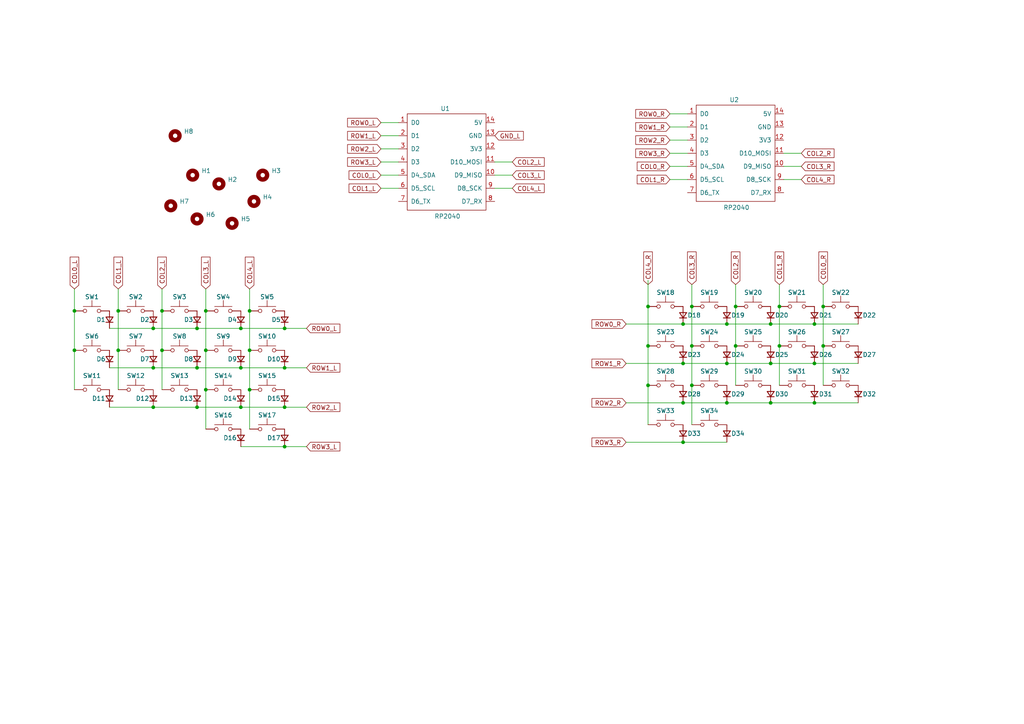
<source format=kicad_sch>
(kicad_sch (version 20250114) (generator "eeschema") (generator_version "9.0")
  (paper "A4")
  (title_block (title "Flexor Keyboard - Wired") (date "2025-08-14") (rev "A") (comment 1 "Wired Version") (comment 2 "34-Key Split Ergonomic Keyboard") (comment 4 "F L E X O R"))
  (lib_symbols
    (symbol "Device:D_Small" (pin_numbers (hide yes)) (pin_names (offset 0.254) (hide yes))
      (property "Reference" "D" (at -1.27 2.032 0))
      (property "Value" "D_Small" (at -3.81 -2.032 0))
      (symbol "D_Small_0_1"
        (polyline (pts (xy -0.762 0) (xy 0.762 0)))
        (polyline (pts (xy -0.762 -1.016) (xy -0.762 1.016)) (stroke (width 0.254)))
        (polyline (pts (xy 0.762 -1.016) (xy -0.762 0) (xy 0.762 1.016) (xy 0.762 -1.016)) (stroke (width 0.254)))
      )
      (symbol "D_Small_1_1"
        (pin passive line (at -2.54 0 0) (length 1.778) (name "K") (number "1"))
        (pin passive line (at 2.54 0 180) (length 1.778) (name "A") (number "2"))
      )
    )
    (symbol "Mechanical:MountingHole" (pin_names (offset 1.016)) (in_bom no)
      (property "Reference" "H" (at 0 5.08 0))
      (property "Value" "MountingHole" (at 0 3.175 0))
      (symbol "MountingHole_0_1"
        (circle (center 0 0) (radius 1.27) (stroke (width 1.27)))
      )
    )
    (symbol "Seed Studio:XIAO-RP2040-SMD" (pin_names (offset 1.016))
      (property "Reference" "U1" (at -11.176 -15.494 0))
      (property "Value" "XIAO-RP2040-SMD" (at -10.922 -17.78 0))
      (symbol "XIAO-RP2040-SMD_0_1"
        (rectangle (start -11.43 13.97) (end 11.43 -13.97))
      )
      (symbol "XIAO-RP2040-SMD_1_1"
        (pin passive line (at -13.97 11.43 0) (length 2.54) (name "D0") (number "1"))
        (pin passive line (at -13.97 7.62 0) (length 2.54) (name "D1") (number "2"))
        (pin passive line (at -13.97 3.81 0) (length 2.54) (name "D2") (number "3"))
        (pin passive line (at -13.97 0 0) (length 2.54) (name "D3") (number "4"))
        (pin passive line (at -13.97 -3.81 0) (length 2.54) (name "D4_SDA") (number "5"))
        (pin passive line (at -13.97 -7.62 0) (length 2.54) (name "D5_SCL") (number "6"))
        (pin passive line (at -13.97 -11.43 0) (length 2.54) (name "D6_TX") (number "7"))
        (pin passive line (at 13.97 11.43 180) (length 2.54) (name "5V") (number "14"))
        (pin passive line (at 13.97 7.62 180) (length 2.54) (name "GND") (number "13"))
        (pin passive line (at 13.97 3.81 180) (length 2.54) (name "3V3") (number "12"))
        (pin passive line (at 13.97 0 180) (length 2.54) (name "D10_MOSI") (number "11"))
        (pin passive line (at 13.97 -3.81 180) (length 2.54) (name "D9_MISO") (number "10"))
        (pin passive line (at 13.97 -7.62 180) (length 2.54) (name "D8_SCK") (number "9"))
        (pin passive line (at 13.97 -11.43 180) (length 2.54) (name "D7_RX") (number "8"))
      )
    )
    (symbol "Switch:SW_Push" (pin_numbers (hide yes)) (pin_names (offset 1.016) (hide yes))
      (property "Reference" "SW" (at 1.27 2.54 0))
      (property "Value" "SW_Push" (at 0 -1.524 0))
      (symbol "SW_Push_0_1"
        (circle (center -2.032 0) (radius 0.508))
        (polyline (pts (xy 0 1.27) (xy 0 3.048)))
        (circle (center 2.032 0) (radius 0.508))
        (polyline (pts (xy 2.54 1.27) (xy -2.54 1.27)))
        (pin passive line (at -5.08 0 0) (length 2.54) (name "1") (number "1"))
        (pin passive line (at 5.08 0 180) (length 2.54) (name "2") (number "2"))
      )
    )
  )
  (junction (at 21.59 90.17))
  (junction (at 46.99 90.17))
  (junction (at 223.52 116.84))
  (junction (at 213.36 88.9))
  (junction (at 200.66 100.33))
  (junction (at 187.96 100.33))
  (junction (at 59.69 113.03))
  (junction (at 82.55 95.25))
  (junction (at 82.55 118.11))
  (junction (at 57.15 95.25))
  (junction (at 187.96 88.9))
  (junction (at 34.29 101.6))
  (junction (at 72.39 101.6))
  (junction (at 46.99 101.6))
  (junction (at 223.52 105.41))
  (junction (at 210.82 116.84))
  (junction (at 210.82 93.98))
  (junction (at 57.15 118.11))
  (junction (at 236.22 93.98))
  (junction (at 226.06 88.9))
  (junction (at 69.85 118.11))
  (junction (at 44.45 106.68))
  (junction (at 198.12 105.41))
  (junction (at 198.12 116.84))
  (junction (at 198.12 93.98))
  (junction (at 59.69 90.17))
  (junction (at 187.96 111.76))
  (junction (at 198.12 128.27))
  (junction (at 44.45 95.25))
  (junction (at 59.69 101.6))
  (junction (at 210.82 105.41))
  (junction (at 72.39 90.17))
  (junction (at 72.39 113.03))
  (junction (at 238.76 100.33))
  (junction (at 82.55 129.54))
  (junction (at 223.52 93.98))
  (junction (at 213.36 100.33))
  (junction (at 44.45 118.11))
  (junction (at 69.85 95.25))
  (junction (at 21.59 101.6))
  (junction (at 236.22 116.84))
  (junction (at 226.06 100.33))
  (junction (at 69.85 106.68))
  (junction (at 57.15 106.68))
  (junction (at 34.29 90.17))
  (junction (at 200.66 88.9))
  (junction (at 236.22 105.41))
  (junction (at 82.55 106.68))
  (junction (at 238.76 88.9))
  (junction (at 200.66 111.76))
  (wire (pts (xy 187.96 100.33) (xy 187.96 111.76)))
  (wire (pts (xy 223.52 93.98) (xy 236.22 93.98)))
  (wire (pts (xy 59.69 83.82) (xy 59.69 90.17)))
  (wire (pts (xy 181.61 93.98) (xy 198.12 93.98)))
  (wire (pts (xy 21.59 90.17) (xy 21.59 101.6)))
  (wire (pts (xy 110.49 39.37) (xy 115.57 39.37)))
  (wire (pts (xy 69.85 106.68) (xy 82.55 106.68)))
  (wire (pts (xy 200.66 88.9) (xy 200.66 100.33)))
  (wire (pts (xy 227.33 48.26) (xy 232.41 48.26)))
  (wire (pts (xy 110.49 50.8) (xy 115.57 50.8)))
  (wire (pts (xy 194.31 40.64) (xy 199.39 40.64)))
  (wire (pts (xy 187.96 88.9) (xy 187.96 100.33)))
  (wire (pts (xy 34.29 83.82) (xy 34.29 90.17)))
  (wire (pts (xy 72.39 113.03) (xy 72.39 124.46)))
  (wire (pts (xy 213.36 100.33) (xy 213.36 111.76)))
  (wire (pts (xy 110.49 46.99) (xy 115.57 46.99)))
  (wire (pts (xy 21.59 101.6) (xy 21.59 113.03)))
  (wire (pts (xy 31.75 95.25) (xy 44.45 95.25)))
  (wire (pts (xy 82.55 95.25) (xy 88.9 95.25)))
  (wire (pts (xy 181.61 105.41) (xy 198.12 105.41)))
  (wire (pts (xy 82.55 129.54) (xy 88.9 129.54)))
  (wire (pts (xy 110.49 35.56) (xy 115.57 35.56)))
  (wire (pts (xy 213.36 88.9) (xy 213.36 100.33)))
  (wire (pts (xy 194.31 44.45) (xy 199.39 44.45)))
  (wire (pts (xy 59.69 101.6) (xy 59.69 113.03)))
  (wire (pts (xy 57.15 95.25) (xy 69.85 95.25)))
  (wire (pts (xy 46.99 101.6) (xy 46.99 113.03)))
  (wire (pts (xy 226.06 88.9) (xy 226.06 100.33)))
  (wire (pts (xy 69.85 118.11) (xy 82.55 118.11)))
  (wire (pts (xy 210.82 105.41) (xy 223.52 105.41)))
  (wire (pts (xy 72.39 90.17) (xy 72.39 101.6)))
  (wire (pts (xy 34.29 101.6) (xy 34.29 113.03)))
  (wire (pts (xy 213.36 82.55) (xy 213.36 88.9)))
  (wire (pts (xy 44.45 95.25) (xy 57.15 95.25)))
  (wire (pts (xy 34.29 90.17) (xy 34.29 101.6)))
  (wire (pts (xy 194.31 48.26) (xy 199.39 48.26)))
  (wire (pts (xy 194.31 52.07) (xy 199.39 52.07)))
  (wire (pts (xy 187.96 81.28) (xy 187.96 88.9)))
  (wire (pts (xy 31.75 106.68) (xy 44.45 106.68)))
  (wire (pts (xy 44.45 118.11) (xy 57.15 118.11)))
  (wire (pts (xy 198.12 116.84) (xy 210.82 116.84)))
  (wire (pts (xy 210.82 93.98) (xy 223.52 93.98)))
  (wire (pts (xy 200.66 100.33) (xy 200.66 111.76)))
  (wire (pts (xy 143.51 54.61) (xy 148.59 54.61)))
  (wire (pts (xy 227.33 44.45) (xy 232.41 44.45)))
  (wire (pts (xy 31.75 118.11) (xy 44.45 118.11)))
  (wire (pts (xy 82.55 106.68) (xy 88.9 106.68)))
  (wire (pts (xy 236.22 93.98) (xy 248.92 93.98)))
  (wire (pts (xy 57.15 118.11) (xy 69.85 118.11)))
  (wire (pts (xy 238.76 100.33) (xy 238.76 111.76)))
  (wire (pts (xy 110.49 43.18) (xy 115.57 43.18)))
  (wire (pts (xy 69.85 95.25) (xy 82.55 95.25)))
  (wire (pts (xy 236.22 116.84) (xy 248.92 116.84)))
  (wire (pts (xy 194.31 36.83) (xy 199.39 36.83)))
  (wire (pts (xy 210.82 116.84) (xy 223.52 116.84)))
  (wire (pts (xy 200.66 82.55) (xy 200.66 88.9)))
  (wire (pts (xy 143.51 46.99) (xy 148.59 46.99)))
  (wire (pts (xy 82.55 118.11) (xy 88.9 118.11)))
  (wire (pts (xy 226.06 82.55) (xy 226.06 88.9)))
  (wire (pts (xy 181.61 116.84) (xy 198.12 116.84)))
  (wire (pts (xy 21.59 83.82) (xy 21.59 90.17)))
  (wire (pts (xy 59.69 113.03) (xy 59.69 124.46)))
  (wire (pts (xy 46.99 90.17) (xy 46.99 101.6)))
  (wire (pts (xy 227.33 52.07) (xy 232.41 52.07)))
  (wire (pts (xy 181.61 128.27) (xy 198.12 128.27)))
  (wire (pts (xy 46.99 83.82) (xy 46.99 90.17)))
  (wire (pts (xy 72.39 83.82) (xy 72.39 90.17)))
  (wire (pts (xy 110.49 54.61) (xy 115.57 54.61)))
  (wire (pts (xy 143.51 50.8) (xy 148.59 50.8)))
  (wire (pts (xy 198.12 128.27) (xy 210.82 128.27)))
  (wire (pts (xy 223.52 105.41) (xy 236.22 105.41)))
  (wire (pts (xy 226.06 100.33) (xy 226.06 111.76)))
  (wire (pts (xy 198.12 105.41) (xy 210.82 105.41)))
  (wire (pts (xy 198.12 93.98) (xy 210.82 93.98)))
  (wire (pts (xy 69.85 129.54) (xy 82.55 129.54)))
  (wire (pts (xy 194.31 33.02) (xy 199.39 33.02)))
  (wire (pts (xy 238.76 82.55) (xy 238.76 88.9)))
  (wire (pts (xy 223.52 116.84) (xy 236.22 116.84)))
  (wire (pts (xy 187.96 111.76) (xy 187.96 123.19)))
  (wire (pts (xy 72.39 101.6) (xy 72.39 113.03)))
  (wire (pts (xy 238.76 88.9) (xy 238.76 100.33)))
  (wire (pts (xy 236.22 105.41) (xy 248.92 105.41)))
  (wire (pts (xy 57.15 106.68) (xy 69.85 106.68)))
  (wire (pts (xy 44.45 106.68) (xy 57.15 106.68)))
  (wire (pts (xy 200.66 111.76) (xy 200.66 123.19)))
  (wire (pts (xy 59.69 90.17) (xy 59.69 101.6)))
  (global_label "ROW0_L" (shape input) (at 110.49 35.56 180) (property "Intersheetrefs" "${INTERSHEET_REFS}" (effects (hide yes))))
  (global_label "ROW3_R" (shape input) (at 194.31 44.45 180) (property "Intersheetrefs" "${INTERSHEET_REFS}" (effects (hide yes))))
  (global_label "COL2_L" (shape input) (at 148.59 46.99 0) (property "Intersheetrefs" "${INTERSHEET_REFS}" (effects (hide yes))))
  (global_label "COL1_L" (shape input) (at 110.49 54.61 180) (property "Intersheetrefs" "${INTERSHEET_REFS}" (effects (hide yes))))
  (global_label "COL2_L" (shape input) (at 46.99 83.82 90) (property "Intersheetrefs" "${INTERSHEET_REFS}" (effects (hide yes))))
  (global_label "ROW3_L" (shape input) (at 88.9 129.54 0) (property "Intersheetrefs" "${INTERSHEET_REFS}" (effects (hide yes))))
  (global_label "ROW2_R" (shape input) (at 181.61 116.84 180) (property "Intersheetrefs" "${INTERSHEET_REFS}" (effects (hide yes))))
  (global_label "COL0_R" (shape input) (at 238.76 82.55 90) (property "Intersheetrefs" "${INTERSHEET_REFS}" (effects (hide yes))))
  (global_label "ROW2_L" (shape input) (at 88.9 118.11 0) (property "Intersheetrefs" "${INTERSHEET_REFS}" (effects (hide yes))))
  (global_label "GND_L" (shape input) (at 143.51 39.37 0) (property "Intersheetrefs" "${INTERSHEET_REFS}" (effects (hide yes))))
  (global_label "COL2_R" (shape input) (at 232.41 44.45 0) (property "Intersheetrefs" "${INTERSHEET_REFS}" (effects (hide yes))))
  (global_label "ROW1_R" (shape input) (at 181.61 105.41 180) (property "Intersheetrefs" "${INTERSHEET_REFS}" (effects (hide yes))))
  (global_label "ROW3_L" (shape input) (at 110.49 46.99 180) (property "Intersheetrefs" "${INTERSHEET_REFS}" (effects (hide yes))))
  (global_label "COL4_L" (shape input) (at 148.59 54.61 0) (property "Intersheetrefs" "${INTERSHEET_REFS}" (effects (hide yes))))
  (global_label "ROW2_L" (shape input) (at 110.49 43.18 180) (property "Intersheetrefs" "${INTERSHEET_REFS}" (effects (hide yes))))
  (global_label "COL0_R" (shape input) (at 194.31 48.26 180) (property "Intersheetrefs" "${INTERSHEET_REFS}" (effects (hide yes))))
  (global_label "ROW3_R" (shape input) (at 181.61 128.27 180) (property "Intersheetrefs" "${INTERSHEET_REFS}" (effects (hide yes))))
  (global_label "COL0_L" (shape input) (at 21.59 83.82 90) (property "Intersheetrefs" "${INTERSHEET_REFS}" (effects (hide yes))))
  (global_label "COL1_R" (shape input) (at 226.06 82.55 90) (property "Intersheetrefs" "${INTERSHEET_REFS}" (effects (hide yes))))
  (global_label "COL3_R" (shape input) (at 200.66 82.55 90) (property "Intersheetrefs" "${INTERSHEET_REFS}" (effects (hide yes))))
  (global_label "ROW0_R" (shape input) (at 181.61 93.98 180) (property "Intersheetrefs" "${INTERSHEET_REFS}" (effects (hide yes))))
  (global_label "ROW2_R" (shape input) (at 194.31 40.64 180) (property "Intersheetrefs" "${INTERSHEET_REFS}" (effects (hide yes))))
  (global_label "COL1_R" (shape input) (at 194.31 52.07 180) (property "Intersheetrefs" "${INTERSHEET_REFS}" (effects (hide yes))))
  (global_label "ROW0_R" (shape input) (at 194.31 33.02 180) (property "Intersheetrefs" "${INTERSHEET_REFS}" (effects (hide yes))))
  (global_label "COL3_L" (shape input) (at 148.59 50.8 0) (property "Intersheetrefs" "${INTERSHEET_REFS}" (effects (hide yes))))
  (global_label "COL0_L" (shape input) (at 110.49 50.8 180) (property "Intersheetrefs" "${INTERSHEET_REFS}" (effects (hide yes))))
  (global_label "COL1_L" (shape input) (at 34.29 83.82 90) (property "Intersheetrefs" "${INTERSHEET_REFS}" (effects (hide yes))))
  (global_label "ROW1_L" (shape input) (at 110.49 39.37 180) (property "Intersheetrefs" "${INTERSHEET_REFS}" (effects (hide yes))))
  (global_label "COL4_R" (shape input) (at 187.96 82.55 90) (property "Intersheetrefs" "${INTERSHEET_REFS}" (effects (hide yes))))
  (global_label "COL4_L" (shape input) (at 72.39 83.82 90) (property "Intersheetrefs" "${INTERSHEET_REFS}" (effects (hide yes))))
  (global_label "COL3_L" (shape input) (at 59.69 83.82 90) (property "Intersheetrefs" "${INTERSHEET_REFS}" (effects (hide yes))))
  (global_label "COL3_R" (shape input) (at 232.41 48.26 0) (property "Intersheetrefs" "${INTERSHEET_REFS}" (effects (hide yes))))
  (global_label "ROW0_L" (shape input) (at 88.9 95.25 0) (property "Intersheetrefs" "${INTERSHEET_REFS}" (effects (hide yes))))
  (global_label "ROW1_R" (shape input) (at 194.31 36.83 180) (property "Intersheetrefs" "${INTERSHEET_REFS}" (effects (hide yes))))
  (global_label "COL4_R" (shape input) (at 232.41 52.07 0) (property "Intersheetrefs" "${INTERSHEET_REFS}" (effects (hide yes))))
  (global_label "ROW1_L" (shape input) (at 88.9 106.68 0) (property "Intersheetrefs" "${INTERSHEET_REFS}" (effects (hide yes))))
  (global_label "COL2_R" (shape input) (at 213.36 82.55 90) (property "Intersheetrefs" "${INTERSHEET_REFS}" (effects (hide yes))))
  (symbol (lib_id "Switch:SW_Push") (at 52.07 101.6 0) (unit 1)
    (property "Reference" "SW8" (at 52.07 97.536 0))
    (property "Value" "PG1350" (effects (hide yes)))
    (property "Footprint" "Kailh:PG1350_Choc_V1" (effects (hide yes)))
    (property "Description" "Push button switch, generic, two pins" (effects (hide yes)))
  )
  (symbol (lib_id "Device:D_Small") (at 223.52 102.87 90) (unit 1)
    (property "Reference" "D25" (at 224.79 102.87 90) (effects (justify right)))
    (property "Value" "1N4148W" (effects (hide yes)))
    (property "Footprint" "Diode:1N4148W_SOD-123_SMD" (effects (hide yes)))
    (property "Description" "Diode, small symbol" (effects (hide yes)))
    (property "Sim.Device" "D" (effects (hide yes)))
    (property "Sim.Pins" "1=K 2=A" (effects (hide yes)))
  )
  (symbol (lib_id "Switch:SW_Push") (at 243.84 88.9 0) (unit 1)
    (property "Reference" "SW22" (at 243.84 84.836 0))
    (property "Value" "PG1350" (effects (hide yes)))
    (property "Footprint" "Kailh:PG1350_Choc_V1" (effects (hide yes)))
    (property "Description" "Push button switch, generic, two pins" (effects (hide yes)))
  )
  (symbol (lib_id "Switch:SW_Push") (at 52.07 90.17 0) (unit 1)
    (property "Reference" "SW3" (at 52.07 86.106 0))
    (property "Value" "PG1350" (effects (hide yes)))
    (property "Footprint" "Kailh:PG1350_Choc_V1" (effects (hide yes)))
    (property "Description" "Push button switch, generic, two pins" (effects (hide yes)))
  )
  (symbol (lib_id "Device:D_Small") (at 69.85 104.14 90) (unit 1)
    (property "Reference" "D9" (at 66.04 104.14 90) (effects (justify right)))
    (property "Value" "1N4148W" (effects (hide yes)))
    (property "Footprint" "Diode:1N4148W_SOD-123_SMD" (effects (hide yes)))
    (property "Description" "Diode, small symbol" (effects (hide yes)))
    (property "Sim.Device" "D" (effects (hide yes)))
    (property "Sim.Pins" "1=K 2=A" (effects (hide yes)))
  )
  (symbol (lib_id "Switch:SW_Push") (at 77.47 101.6 0) (unit 1)
    (property "Reference" "SW10" (at 77.47 97.536 0))
    (property "Value" "PG1350" (effects (hide yes)))
    (property "Footprint" "Kailh:PG1350_Choc_V1" (effects (hide yes)))
    (property "Description" "Push button switch, generic, two pins" (effects (hide yes)))
  )
  (symbol (lib_id "Device:D_Small") (at 210.82 114.3 90) (unit 1)
    (property "Reference" "D29" (at 212.09 114.3 90) (effects (justify right)))
    (property "Value" "1N4148W" (effects (hide yes)))
    (property "Footprint" "Diode:1N4148W_SOD-123_SMD" (effects (hide yes)))
    (property "Description" "Diode, small symbol" (effects (hide yes)))
    (property "Sim.Device" "D" (effects (hide yes)))
    (property "Sim.Pins" "1=K 2=A" (effects (hide yes)))
  )
  (symbol (lib_id "Switch:SW_Push") (at 218.44 100.33 0) (unit 1)
    (property "Reference" "SW25" (at 218.44 96.266 0))
    (property "Value" "PG1350" (effects (hide yes)))
    (property "Footprint" "Kailh:PG1350_Choc_V1" (effects (hide yes)))
    (property "Description" "Push button switch, generic, two pins" (effects (hide yes)))
  )
  (symbol (lib_id "Switch:SW_Push") (at 193.04 111.76 0) (unit 1)
    (property "Reference" "SW28" (at 193.04 107.696 0))
    (property "Value" "PG1350" (effects (hide yes)))
    (property "Footprint" "Kailh:PG1350_Choc_V1" (effects (hide yes)))
    (property "Description" "Push button switch, generic, two pins" (effects (hide yes)))
  )
  (symbol (lib_id "Device:D_Small") (at 82.55 92.71 90) (unit 1)
    (property "Reference" "D5" (at 78.74 92.71 90) (effects (justify right)))
    (property "Value" "1N4148W" (effects (hide yes)))
    (property "Footprint" "Diode:1N4148W_SOD-123_SMD" (effects (hide yes)))
    (property "Description" "Diode, small symbol" (effects (hide yes)))
    (property "Sim.Device" "D" (effects (hide yes)))
    (property "Sim.Pins" "1=K 2=A" (effects (hide yes)))
  )
  (symbol (lib_id "Switch:SW_Push") (at 218.44 111.76 0) (unit 1)
    (property "Reference" "SW30" (at 218.44 107.696 0))
    (property "Value" "PG1350" (effects (hide yes)))
    (property "Footprint" "Kailh:PG1350_Choc_V1" (effects (hide yes)))
    (property "Description" "Push button switch, generic, two pins" (effects (hide yes)))
  )
  (symbol (lib_id "Switch:SW_Push") (at 231.14 111.76 0) (unit 1)
    (property "Reference" "SW31" (at 231.14 107.696 0))
    (property "Value" "PG1350" (effects (hide yes)))
    (property "Footprint" "Kailh:PG1350_Choc_V1" (effects (hide yes)))
    (property "Description" "Push button switch, generic, two pins" (effects (hide yes)))
  )
  (symbol (lib_id "Switch:SW_Push") (at 243.84 111.76 0) (unit 1)
    (property "Reference" "SW32" (at 243.84 107.696 0))
    (property "Value" "PG1350" (effects (hide yes)))
    (property "Footprint" "Kailh:PG1350_Choc_V1" (effects (hide yes)))
    (property "Description" "Push button switch, generic, two pins" (effects (hide yes)))
  )
  (symbol (lib_id "Device:D_Small") (at 236.22 114.3 90) (unit 1)
    (property "Reference" "D31" (at 237.49 114.3 90) (effects (justify right)))
    (property "Value" "1N4148W" (effects (hide yes)))
    (property "Footprint" "Diode:1N4148W_SOD-123_SMD" (effects (hide yes)))
    (property "Description" "Diode, small symbol" (effects (hide yes)))
    (property "Sim.Device" "D" (effects (hide yes)))
    (property "Sim.Pins" "1=K 2=A" (effects (hide yes)))
  )
  (symbol (lib_id "Switch:SW_Push") (at 52.07 113.03 0) (unit 1)
    (property "Reference" "SW13" (at 52.07 108.966 0))
    (property "Value" "PG1350" (effects (hide yes)))
    (property "Footprint" "Kailh:PG1350_Choc_V1" (effects (hide yes)))
    (property "Description" "Push button switch, generic, two pins" (effects (hide yes)))
  )
  (symbol (lib_id "Device:D_Small") (at 82.55 104.14 90) (unit 1)
    (property "Reference" "D10" (at 77.47 104.14 90) (effects (justify right)))
    (property "Value" "1N4148W" (effects (hide yes)))
    (property "Footprint" "Diode:1N4148W_SOD-123_SMD" (effects (hide yes)))
    (property "Description" "Diode, small symbol" (effects (hide yes)))
    (property "Sim.Device" "D" (effects (hide yes)))
    (property "Sim.Pins" "1=K 2=A" (effects (hide yes)))
  )
  (symbol (lib_id "Switch:SW_Push") (at 77.47 113.03 0) (unit 1)
    (property "Reference" "SW15" (at 77.47 108.966 0))
    (property "Value" "PG1350" (effects (hide yes)))
    (property "Footprint" "Kailh:PG1350_Choc_V1" (effects (hide yes)))
    (property "Description" "Push button switch, generic, two pins" (effects (hide yes)))
  )
  (symbol (lib_id "Device:D_Small") (at 210.82 102.87 90) (unit 1)
    (property "Reference" "D24" (at 212.09 102.87 90) (effects (justify right)))
    (property "Value" "1N4148W" (effects (hide yes)))
    (property "Footprint" "Diode:1N4148W_SOD-123_SMD" (effects (hide yes)))
    (property "Description" "Diode, small symbol" (effects (hide yes)))
    (property "Sim.Device" "D" (effects (hide yes)))
    (property "Sim.Pins" "1=K 2=A" (effects (hide yes)))
  )
  (symbol (lib_id "Device:D_Small") (at 31.75 92.71 90) (unit 1)
    (property "Reference" "D1" (at 27.94 92.71 90) (effects (justify right)))
    (property "Value" "1N4148W" (effects (hide yes)))
    (property "Footprint" "Diode:1N4148W_SOD-123_SMD" (effects (hide yes)))
    (property "Description" "Diode, small symbol" (effects (hide yes)))
    (property "Sim.Device" "D" (effects (hide yes)))
    (property "Sim.Pins" "1=K 2=A" (effects (hide yes)))
  )
  (symbol (lib_id "Switch:SW_Push") (at 231.14 88.9 0) (unit 1)
    (property "Reference" "SW21" (at 231.14 84.836 0))
    (property "Value" "PG1350" (effects (hide yes)))
    (property "Footprint" "Kailh:PG1350_Choc_V1" (effects (hide yes)))
    (property "Description" "Push button switch, generic, two pins" (effects (hide yes)))
  )
  (symbol (lib_id "Device:D_Small") (at 236.22 91.44 90) (unit 1)
    (property "Reference" "D21" (at 237.49 91.44 90) (effects (justify right)))
    (property "Value" "1N4148W" (effects (hide yes)))
    (property "Footprint" "Diode:1N4148W_SOD-123_SMD" (effects (hide yes)))
    (property "Description" "Diode, small symbol" (effects (hide yes)))
    (property "Sim.Device" "D" (effects (hide yes)))
    (property "Sim.Pins" "1=K 2=A" (effects (hide yes)))
  )
  (symbol (lib_id "Seed Studio:XIAO-RP2040-SMD") (at 213.36 44.45 0) (unit 1)
    (property "Reference" "U2" (at 211.582 28.956 0) (effects (justify left)))
    (property "Value" "RP2040" (at 209.804 60.198 0) (effects (justify left)))
    (property "Footprint" "Seed Studio:XIAO_RP2040_SMD" (effects (hide yes)))
  )
  (symbol (lib_id "Mechanical:MountingHole") (at 55.88 50.8 0) (unit 1) (in_bom no)
    (property "Reference" "H1" (at 58.42 49.5299 0) (effects (justify left)))
    (property "Value" "MountingHole" (effects (hide yes)))
    (property "Footprint" "Mounting_Hole:3.2mm_M3_DIN965_Pad" (effects (hide yes)))
    (property "Description" "Mounting Hole without connection" (effects (hide yes)))
  )
  (symbol (lib_id "Device:D_Small") (at 248.92 91.44 90) (unit 1)
    (property "Reference" "D22" (at 250.19 91.44 90) (effects (justify right)))
    (property "Value" "1N4148W" (effects (hide yes)))
    (property "Footprint" "Diode:1N4148W_SOD-123_SMD" (effects (hide yes)))
    (property "Description" "Diode, small symbol" (effects (hide yes)))
    (property "Sim.Device" "D" (effects (hide yes)))
    (property "Sim.Pins" "1=K 2=A" (effects (hide yes)))
  )
  (symbol (lib_id "Device:D_Small") (at 210.82 125.73 90) (unit 1)
    (property "Reference" "D34" (at 212.09 125.73 90) (effects (justify right)))
    (property "Value" "1N4148W" (effects (hide yes)))
    (property "Footprint" "Diode:1N4148W_SOD-123_SMD" (effects (hide yes)))
    (property "Description" "Diode, small symbol" (effects (hide yes)))
    (property "Sim.Device" "D" (effects (hide yes)))
    (property "Sim.Pins" "1=K 2=A" (effects (hide yes)))
  )
  (symbol (lib_id "Mechanical:MountingHole") (at 49.53 59.69 0) (unit 1) (in_bom no)
    (property "Reference" "H7" (at 52.07 58.4199 0) (effects (justify left)))
    (property "Value" "MountingHole" (effects (hide yes)))
    (property "Footprint" "Mounting_Hole:3.2mm_M3_DIN965_Pad" (effects (hide yes)))
    (property "Description" "Mounting Hole without connection" (effects (hide yes)))
  )
  (symbol (lib_id "Device:D_Small") (at 198.12 125.73 90) (unit 1)
    (property "Reference" "D33" (at 199.39 125.73 90) (effects (justify right)))
    (property "Value" "1N4148W" (effects (hide yes)))
    (property "Footprint" "Diode:1N4148W_SOD-123_SMD" (effects (hide yes)))
    (property "Description" "Diode, small symbol" (effects (hide yes)))
    (property "Sim.Device" "D" (effects (hide yes)))
    (property "Sim.Pins" "1=K 2=A" (effects (hide yes)))
  )
  (symbol (lib_id "Switch:SW_Push") (at 193.04 123.19 0) (unit 1)
    (property "Reference" "SW33" (at 193.04 119.126 0))
    (property "Value" "PG1350" (effects (hide yes)))
    (property "Footprint" "Kailh:PG1350_Choc_V1" (effects (hide yes)))
    (property "Description" "Push button switch, generic, two pins" (effects (hide yes)))
  )
  (symbol (lib_id "Device:D_Small") (at 198.12 114.3 90) (unit 1)
    (property "Reference" "D28" (at 199.39 114.3 90) (effects (justify right)))
    (property "Value" "1N4148W" (effects (hide yes)))
    (property "Footprint" "Diode:1N4148W_SOD-123_SMD" (effects (hide yes)))
    (property "Description" "Diode, small symbol" (effects (hide yes)))
    (property "Sim.Device" "D" (effects (hide yes)))
    (property "Sim.Pins" "1=K 2=A" (effects (hide yes)))
  )
  (symbol (lib_id "Switch:SW_Push") (at 243.84 100.33 0) (unit 1)
    (property "Reference" "SW27" (at 243.84 96.266 0))
    (property "Value" "PG1350" (effects (hide yes)))
    (property "Footprint" "Kailh:PG1350_Choc_V1" (effects (hide yes)))
    (property "Description" "Push button switch, generic, two pins" (effects (hide yes)))
  )
  (symbol (lib_id "Switch:SW_Push") (at 64.77 90.17 0) (unit 1)
    (property "Reference" "SW4" (at 64.77 86.106 0))
    (property "Value" "PG1350" (effects (hide yes)))
    (property "Footprint" "Kailh:PG1350_Choc_V1" (effects (hide yes)))
    (property "Description" "Push button switch, generic, two pins" (effects (hide yes)))
  )
  (symbol (lib_id "Switch:SW_Push") (at 218.44 88.9 0) (unit 1)
    (property "Reference" "SW20" (at 218.44 84.836 0))
    (property "Value" "PG1350" (effects (hide yes)))
    (property "Footprint" "Kailh:PG1350_Choc_V1" (effects (hide yes)))
    (property "Description" "Push button switch, generic, two pins" (effects (hide yes)))
  )
  (symbol (lib_id "Switch:SW_Push") (at 193.04 100.33 0) (unit 1)
    (property "Reference" "SW23" (at 193.04 96.266 0))
    (property "Value" "PG1350" (effects (hide yes)))
    (property "Footprint" "Kailh:PG1350_Choc_V1" (effects (hide yes)))
    (property "Description" "Push button switch, generic, two pins" (effects (hide yes)))
  )
  (symbol (lib_id "Device:D_Small") (at 210.82 91.44 90) (unit 1)
    (property "Reference" "D19" (at 212.09 91.44 90) (effects (justify right)))
    (property "Value" "1N4148W" (effects (hide yes)))
    (property "Footprint" "Diode:1N4148W_SOD-123_SMD" (effects (hide yes)))
    (property "Description" "Diode, small symbol" (effects (hide yes)))
    (property "Sim.Device" "D" (effects (hide yes)))
    (property "Sim.Pins" "1=K 2=A" (effects (hide yes)))
  )
  (symbol (lib_id "Switch:SW_Push") (at 64.77 124.46 0) (unit 1)
    (property "Reference" "SW16" (at 64.77 120.396 0))
    (property "Value" "PG1350" (effects (hide yes)))
    (property "Footprint" "Kailh:PG1350_Choc_V1" (effects (hide yes)))
    (property "Description" "Push button switch, generic, two pins" (effects (hide yes)))
  )
  (symbol (lib_id "Mechanical:MountingHole") (at 76.2 50.8 0) (unit 1) (in_bom no)
    (property "Reference" "H3" (at 78.74 49.5299 0) (effects (justify left)))
    (property "Value" "MountingHole" (effects (hide yes)))
    (property "Footprint" "Mounting_Hole:3.2mm_M3_DIN965_Pad" (effects (hide yes)))
    (property "Description" "Mounting Hole without connection" (effects (hide yes)))
  )
  (symbol (lib_id "Switch:SW_Push") (at 39.37 101.6 0) (unit 1)
    (property "Reference" "SW7" (at 39.37 97.536 0))
    (property "Value" "PG1350" (effects (hide yes)))
    (property "Footprint" "Kailh:PG1350_Choc_V1" (effects (hide yes)))
    (property "Description" "Push button switch, generic, two pins" (effects (hide yes)))
  )
  (symbol (lib_id "Mechanical:MountingHole") (at 50.8 39.37 0) (unit 1) (in_bom no)
    (property "Reference" "H8" (at 53.34 38.0999 0) (effects (justify left)))
    (property "Value" "MountingHole" (effects (hide yes)))
    (property "Footprint" "Mounting_Hole:3.2mm_M3_DIN965_Pad" (effects (hide yes)))
    (property "Description" "Mounting Hole without connection" (effects (hide yes)))
  )
  (symbol (lib_id "Device:D_Small") (at 44.45 104.14 90) (unit 1)
    (property "Reference" "D7" (at 40.64 104.14 90) (effects (justify right)))
    (property "Value" "1N4148W" (effects (hide yes)))
    (property "Footprint" "Diode:1N4148W_SOD-123_SMD" (effects (hide yes)))
    (property "Description" "Diode, small symbol" (effects (hide yes)))
    (property "Sim.Device" "D" (effects (hide yes)))
    (property "Sim.Pins" "1=K 2=A" (effects (hide yes)))
  )
  (symbol (lib_id "Device:D_Small") (at 223.52 114.3 90) (unit 1)
    (property "Reference" "D30" (at 224.79 114.3 90) (effects (justify right)))
    (property "Value" "1N4148W" (effects (hide yes)))
    (property "Footprint" "Diode:1N4148W_SOD-123_SMD" (effects (hide yes)))
    (property "Description" "Diode, small symbol" (effects (hide yes)))
    (property "Sim.Device" "D" (effects (hide yes)))
    (property "Sim.Pins" "1=K 2=A" (effects (hide yes)))
  )
  (symbol (lib_id "Switch:SW_Push") (at 205.74 100.33 0) (unit 1)
    (property "Reference" "SW24" (at 205.74 96.266 0))
    (property "Value" "PG1350" (effects (hide yes)))
    (property "Footprint" "Kailh:PG1350_Choc_V1" (effects (hide yes)))
    (property "Description" "Push button switch, generic, two pins" (effects (hide yes)))
  )
  (symbol (lib_id "Device:D_Small") (at 57.15 92.71 90) (unit 1)
    (property "Reference" "D3" (at 53.34 92.71 90) (effects (justify right)))
    (property "Value" "1N4148W" (effects (hide yes)))
    (property "Footprint" "Diode:1N4148W_SOD-123_SMD" (effects (hide yes)))
    (property "Description" "Diode, small symbol" (effects (hide yes)))
    (property "Sim.Device" "D" (effects (hide yes)))
    (property "Sim.Pins" "1=K 2=A" (effects (hide yes)))
  )
  (symbol (lib_id "Switch:SW_Push") (at 39.37 113.03 0) (unit 1)
    (property "Reference" "SW12" (at 39.37 108.966 0))
    (property "Value" "PG1350" (effects (hide yes)))
    (property "Footprint" "Kailh:PG1350_Choc_V1" (effects (hide yes)))
    (property "Description" "Push button switch, generic, two pins" (effects (hide yes)))
  )
  (symbol (lib_id "Switch:SW_Push") (at 39.37 90.17 0) (unit 1)
    (property "Reference" "SW2" (at 39.37 86.106 0))
    (property "Value" "PG1350" (effects (hide yes)))
    (property "Footprint" "Kailh:PG1350_Choc_V1" (effects (hide yes)))
    (property "Description" "Push button switch, generic, two pins" (effects (hide yes)))
  )
  (symbol (lib_id "Device:D_Small") (at 57.15 115.57 90) (unit 1)
    (property "Reference" "D13" (at 52.07 115.57 90) (effects (justify right)))
    (property "Value" "1N4148W" (effects (hide yes)))
    (property "Footprint" "Diode:1N4148W_SOD-123_SMD" (effects (hide yes)))
    (property "Description" "Diode, small symbol" (effects (hide yes)))
    (property "Sim.Device" "D" (effects (hide yes)))
    (property "Sim.Pins" "1=K 2=A" (effects (hide yes)))
  )
  (symbol (lib_id "Mechanical:MountingHole") (at 67.31 64.77 0) (unit 1) (in_bom no)
    (property "Reference" "H5" (at 69.85 63.4999 0) (effects (justify left)))
    (property "Value" "MountingHole" (effects (hide yes)))
    (property "Footprint" "Mounting_Hole:3.2mm_M3_DIN965_Pad" (effects (hide yes)))
    (property "Description" "Mounting Hole without connection" (effects (hide yes)))
  )
  (symbol (lib_id "Switch:SW_Push") (at 64.77 113.03 0) (unit 1)
    (property "Reference" "SW14" (at 64.77 108.966 0))
    (property "Value" "PG1350" (effects (hide yes)))
    (property "Footprint" "Kailh:PG1350_Choc_V1" (effects (hide yes)))
    (property "Description" "Push button switch, generic, two pins" (effects (hide yes)))
  )
  (symbol (lib_id "Switch:SW_Push") (at 193.04 88.9 0) (unit 1)
    (property "Reference" "SW18" (at 193.04 84.836 0))
    (property "Value" "PG1350" (effects (hide yes)))
    (property "Footprint" "Kailh:PG1350_Choc_V1" (effects (hide yes)))
    (property "Description" "Push button switch, generic, two pins" (effects (hide yes)))
  )
  (symbol (lib_id "Device:D_Small") (at 82.55 115.57 90) (unit 1)
    (property "Reference" "D15" (at 77.47 115.57 90) (effects (justify right)))
    (property "Value" "1N4148W" (effects (hide yes)))
    (property "Footprint" "Diode:1N4148W_SOD-123_SMD" (effects (hide yes)))
    (property "Description" "Diode, small symbol" (effects (hide yes)))
    (property "Sim.Device" "D" (effects (hide yes)))
    (property "Sim.Pins" "1=K 2=A" (effects (hide yes)))
  )
  (symbol (lib_id "Device:D_Small") (at 223.52 91.44 90) (unit 1)
    (property "Reference" "D20" (at 224.79 91.44 90) (effects (justify right)))
    (property "Value" "1N4148W" (effects (hide yes)))
    (property "Footprint" "Diode:1N4148W_SOD-123_SMD" (effects (hide yes)))
    (property "Description" "Diode, small symbol" (effects (hide yes)))
    (property "Sim.Device" "D" (effects (hide yes)))
    (property "Sim.Pins" "1=K 2=A" (effects (hide yes)))
  )
  (symbol (lib_id "Switch:SW_Push") (at 205.74 123.19 0) (unit 1)
    (property "Reference" "SW34" (at 205.74 119.126 0))
    (property "Value" "PG1350" (effects (hide yes)))
    (property "Footprint" "Kailh:PG1350_Choc_V1" (effects (hide yes)))
    (property "Description" "Push button switch, generic, two pins" (effects (hide yes)))
  )
  (symbol (lib_id "Device:D_Small") (at 198.12 91.44 90) (unit 1)
    (property "Reference" "D18" (at 199.39 91.44 90) (effects (justify right)))
    (property "Value" "1N4148W" (effects (hide yes)))
    (property "Footprint" "Diode:1N4148W_SOD-123_SMD" (effects (hide yes)))
    (property "Description" "Diode, small symbol" (effects (hide yes)))
    (property "Sim.Device" "D" (effects (hide yes)))
    (property "Sim.Pins" "1=K 2=A" (effects (hide yes)))
  )
  (symbol (lib_id "Device:D_Small") (at 248.92 102.87 90) (unit 1)
    (property "Reference" "D27" (at 250.19 102.87 90) (effects (justify right)))
    (property "Value" "1N4148W" (effects (hide yes)))
    (property "Footprint" "Diode:1N4148W_SOD-123_SMD" (effects (hide yes)))
    (property "Description" "Diode, small symbol" (effects (hide yes)))
    (property "Sim.Device" "D" (effects (hide yes)))
    (property "Sim.Pins" "1=K 2=A" (effects (hide yes)))
  )
  (symbol (lib_id "Device:D_Small") (at 31.75 115.57 90) (unit 1)
    (property "Reference" "D11" (at 26.67 115.57 90) (effects (justify right)))
    (property "Value" "1N4148W" (effects (hide yes)))
    (property "Footprint" "Diode:1N4148W_SOD-123_SMD" (effects (hide yes)))
    (property "Description" "Diode, small symbol" (effects (hide yes)))
    (property "Sim.Device" "D" (effects (hide yes)))
    (property "Sim.Pins" "1=K 2=A" (effects (hide yes)))
  )
  (symbol (lib_id "Device:D_Small") (at 44.45 92.71 90) (unit 1)
    (property "Reference" "D2" (at 40.64 92.71 90) (effects (justify right)))
    (property "Value" "1N4148W" (effects (hide yes)))
    (property "Footprint" "Diode:1N4148W_SOD-123_SMD" (effects (hide yes)))
    (property "Description" "Diode, small symbol" (effects (hide yes)))
    (property "Sim.Device" "D" (effects (hide yes)))
    (property "Sim.Pins" "1=K 2=A" (effects (hide yes)))
  )
  (symbol (lib_id "Mechanical:MountingHole") (at 63.5 53.34 0) (unit 1) (in_bom no)
    (property "Reference" "H2" (at 66.04 52.0699 0) (effects (justify left)))
    (property "Value" "MountingHole" (effects (hide yes)))
    (property "Footprint" "Mounting_Hole:3.2mm_M3_DIN965_Pad" (effects (hide yes)))
    (property "Description" "Mounting Hole without connection" (effects (hide yes)))
  )
  (symbol (lib_id "Mechanical:MountingHole") (at 57.15 63.5 0) (unit 1) (in_bom no)
    (property "Reference" "H6" (at 59.69 62.2299 0) (effects (justify left)))
    (property "Value" "MountingHole" (effects (hide yes)))
    (property "Footprint" "Mounting_Hole:3.2mm_M3_DIN965_Pad" (effects (hide yes)))
    (property "Description" "Mounting Hole without connection" (effects (hide yes)))
  )
  (symbol (lib_id "Device:D_Small") (at 31.75 104.14 90) (unit 1)
    (property "Reference" "D6" (at 27.94 104.14 90) (effects (justify right)))
    (property "Value" "1N4148W" (effects (hide yes)))
    (property "Footprint" "Diode:1N4148W_SOD-123_SMD" (effects (hide yes)))
    (property "Description" "Diode, small symbol" (effects (hide yes)))
    (property "Sim.Device" "D" (effects (hide yes)))
    (property "Sim.Pins" "1=K 2=A" (effects (hide yes)))
  )
  (symbol (lib_id "Device:D_Small") (at 82.55 127 90) (unit 1)
    (property "Reference" "D17" (at 77.47 127 90) (effects (justify right)))
    (property "Value" "1N4148W" (effects (hide yes)))
    (property "Footprint" "Diode:1N4148W_SOD-123_SMD" (effects (hide yes)))
    (property "Description" "Diode, small symbol" (effects (hide yes)))
    (property "Sim.Device" "D" (effects (hide yes)))
    (property "Sim.Pins" "1=K 2=A" (effects (hide yes)))
  )
  (symbol (lib_id "Device:D_Small") (at 69.85 92.71 90) (unit 1)
    (property "Reference" "D4" (at 66.04 92.71 90) (effects (justify right)))
    (property "Value" "1N4148W" (effects (hide yes)))
    (property "Footprint" "Diode:1N4148W_SOD-123_SMD" (effects (hide yes)))
    (property "Description" "Diode, small symbol" (effects (hide yes)))
    (property "Sim.Device" "D" (effects (hide yes)))
    (property "Sim.Pins" "1=K 2=A" (effects (hide yes)))
  )
  (symbol (lib_id "Seed Studio:XIAO-RP2040-SMD") (at 129.54 46.99 0) (unit 1)
    (property "Reference" "U1" (at 127.762 31.496 0) (effects (justify left)))
    (property "Value" "RP2040" (at 125.984 62.738 0) (effects (justify left)))
    (property "Footprint" "Seed Studio:XIAO_RP2040_SMD" (effects (hide yes)))
  )
  (symbol (lib_id "Switch:SW_Push") (at 77.47 90.17 0) (unit 1)
    (property "Reference" "SW5" (at 77.47 86.106 0))
    (property "Value" "PG1350" (effects (hide yes)))
    (property "Footprint" "Kailh:PG1350_Choc_V1" (effects (hide yes)))
    (property "Description" "Push button switch, generic, two pins" (effects (hide yes)))
  )
  (symbol (lib_id "Mechanical:MountingHole") (at 73.66 58.42 0) (unit 1) (in_bom no)
    (property "Reference" "H4" (at 76.2 57.1499 0) (effects (justify left)))
    (property "Value" "MountingHole" (effects (hide yes)))
    (property "Footprint" "Mounting_Hole:3.2mm_M3_DIN965_Pad" (effects (hide yes)))
    (property "Description" "Mounting Hole without connection" (effects (hide yes)))
  )
  (symbol (lib_id "Device:D_Small") (at 44.45 115.57 90) (unit 1)
    (property "Reference" "D12" (at 39.37 115.57 90) (effects (justify right)))
    (property "Value" "1N4148W" (effects (hide yes)))
    (property "Footprint" "Diode:1N4148W_SOD-123_SMD" (effects (hide yes)))
    (property "Description" "Diode, small symbol" (effects (hide yes)))
    (property "Sim.Device" "D" (effects (hide yes)))
    (property "Sim.Pins" "1=K 2=A" (effects (hide yes)))
  )
  (symbol (lib_id "Device:D_Small") (at 236.22 102.87 90) (unit 1)
    (property "Reference" "D26" (at 237.49 102.87 90) (effects (justify right)))
    (property "Value" "1N4148W" (effects (hide yes)))
    (property "Footprint" "Diode:1N4148W_SOD-123_SMD" (effects (hide yes)))
    (property "Description" "Diode, small symbol" (effects (hide yes)))
    (property "Sim.Device" "D" (effects (hide yes)))
    (property "Sim.Pins" "1=K 2=A" (effects (hide yes)))
  )
  (symbol (lib_id "Switch:SW_Push") (at 205.74 88.9 0) (unit 1)
    (property "Reference" "SW19" (at 205.74 84.836 0))
    (property "Value" "PG1350" (effects (hide yes)))
    (property "Footprint" "Kailh:PG1350_Choc_V1" (effects (hide yes)))
    (property "Description" "Push button switch, generic, two pins" (effects (hide yes)))
  )
  (symbol (lib_id "Switch:SW_Push") (at 26.67 113.03 0) (unit 1)
    (property "Reference" "SW11" (at 26.67 108.966 0))
    (property "Value" "PG1350" (effects (hide yes)))
    (property "Footprint" "Kailh:PG1350_Choc_V1" (effects (hide yes)))
    (property "Description" "Push button switch, generic, two pins" (effects (hide yes)))
  )
  (symbol (lib_id "Switch:SW_Push") (at 77.47 124.46 0) (unit 1)
    (property "Reference" "SW17" (at 77.47 120.396 0))
    (property "Value" "PG1350" (effects (hide yes)))
    (property "Footprint" "Kailh:PG1350_Choc_V1" (effects (hide yes)))
    (property "Description" "Push button switch, generic, two pins" (effects (hide yes)))
  )
  (symbol (lib_id "Switch:SW_Push") (at 231.14 100.33 0) (unit 1)
    (property "Reference" "SW26" (at 231.14 96.266 0))
    (property "Value" "PG1350" (effects (hide yes)))
    (property "Footprint" "Kailh:PG1350_Choc_V1" (effects (hide yes)))
    (property "Description" "Push button switch, generic, two pins" (effects (hide yes)))
  )
  (symbol (lib_id "Device:D_Small") (at 57.15 104.14 90) (unit 1)
    (property "Reference" "D8" (at 53.34 104.14 90) (effects (justify right)))
    (property "Value" "1N4148W" (effects (hide yes)))
    (property "Footprint" "Diode:1N4148W_SOD-123_SMD" (effects (hide yes)))
    (property "Description" "Diode, small symbol" (effects (hide yes)))
    (property "Sim.Device" "D" (effects (hide yes)))
    (property "Sim.Pins" "1=K 2=A" (effects (hide yes)))
  )
  (symbol (lib_id "Device:D_Small") (at 248.92 114.3 90) (unit 1)
    (property "Reference" "D32" (at 250.19 114.3 90) (effects (justify right)))
    (property "Value" "1N4148W" (effects (hide yes)))
    (property "Footprint" "Diode:1N4148W_SOD-123_SMD" (effects (hide yes)))
    (property "Description" "Diode, small symbol" (effects (hide yes)))
    (property "Sim.Device" "D" (effects (hide yes)))
    (property "Sim.Pins" "1=K 2=A" (effects (hide yes)))
  )
  (symbol (lib_id "Switch:SW_Push") (at 205.74 111.76 0) (unit 1)
    (property "Reference" "SW29" (at 205.74 107.696 0))
    (property "Value" "PG1350" (effects (hide yes)))
    (property "Footprint" "Kailh:PG1350_Choc_V1" (effects (hide yes)))
    (property "Description" "Push button switch, generic, two pins" (effects (hide yes)))
  )
  (symbol (lib_id "Device:D_Small") (at 198.12 102.87 90) (unit 1)
    (property "Reference" "D23" (at 199.39 102.87 90) (effects (justify right)))
    (property "Value" "1N4148W" (effects (hide yes)))
    (property "Footprint" "Diode:1N4148W_SOD-123_SMD" (effects (hide yes)))
    (property "Description" "Diode, small symbol" (effects (hide yes)))
    (property "Sim.Device" "D" (effects (hide yes)))
    (property "Sim.Pins" "1=K 2=A" (effects (hide yes)))
  )
  (symbol (lib_id "Device:D_Small") (at 69.85 115.57 90) (unit 1)
    (property "Reference" "D14" (at 64.77 115.57 90) (effects (justify right)))
    (property "Value" "1N4148W" (effects (hide yes)))
    (property "Footprint" "Diode:1N4148W_SOD-123_SMD" (effects (hide yes)))
    (property "Description" "Diode, small symbol" (effects (hide yes)))
    (property "Sim.Device" "D" (effects (hide yes)))
    (property "Sim.Pins" "1=K 2=A" (effects (hide yes)))
  )
  (symbol (lib_id "Device:D_Small") (at 69.85 127 90) (unit 1)
    (property "Reference" "D16" (at 64.77 127 90) (effects (justify right)))
    (property "Value" "1N4148W" (effects (hide yes)))
    (property "Footprint" "Diode:1N4148W_SOD-123_SMD" (effects (hide yes)))
    (property "Description" "Diode, small symbol" (effects (hide yes)))
    (property "Sim.Device" "D" (effects (hide yes)))
    (property "Sim.Pins" "1=K 2=A" (effects (hide yes)))
  )
  (symbol (lib_id "Switch:SW_Push") (at 26.67 101.6 0) (unit 1)
    (property "Reference" "SW6" (at 26.67 97.536 0))
    (property "Value" "PG1350" (effects (hide yes)))
    (property "Footprint" "Kailh:PG1350_Choc_V1" (effects (hide yes)))
    (property "Description" "Push button switch, generic, two pins" (effects (hide yes)))
  )
  (symbol (lib_id "Switch:SW_Push") (at 64.77 101.6 0) (unit 1)
    (property "Reference" "SW9" (at 64.77 97.536 0))
    (property "Value" "PG1350" (effects (hide yes)))
    (property "Footprint" "Kailh:PG1350_Choc_V1" (effects (hide yes)))
    (property "Description" "Push button switch, generic, two pins" (effects (hide yes)))
  )
  (symbol (lib_id "Switch:SW_Push") (at 26.67 90.17 0) (unit 1)
    (property "Reference" "SW1" (at 26.67 86.106 0))
    (property "Value" "PG1350" (effects (hide yes)))
    (property "Footprint" "Kailh:PG1350_Choc_V1" (effects (hide yes)))
    (property "Description" "Push button switch, generic, two pins" (effects (hide yes)))
  )
)
</source>
